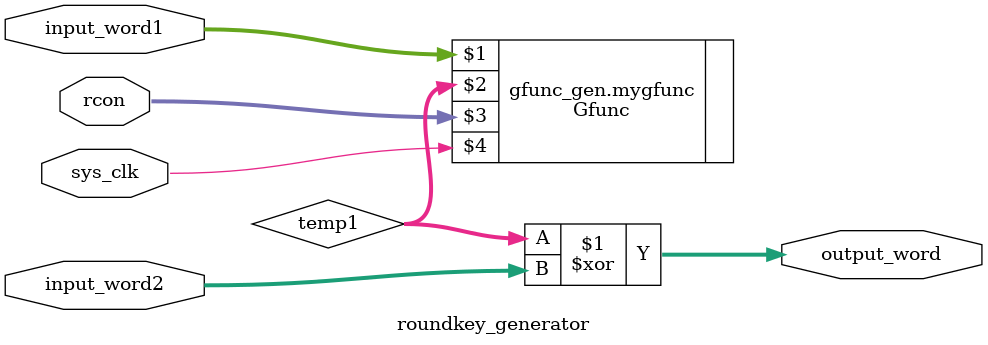
<source format=v>
`timescale 1ns / 1ps


module roundkey_generator #(parameter roundi=8)(input wire [31:0] input_word1,
                                                input wire [31:0] input_word2,
                                                output wire [31:0] output_word,
                                                input wire [31:0] rcon,
                                                input wire sys_clk);
                                                
wire [31:0] temp1,temp2;
wire [31:0] output_store;

generate
    if ((roundi % 8) == 0)
        begin: gfunc_gen
            Gfunc mygfunc(input_word1,temp1,rcon,sys_clk);
            assign output_word = temp1^input_word2;
        end
    else if (((roundi % 8) == 4) && ((roundi % 8)) != 0)
        begin: subword_gen
            SubWord2 mysubword(input_word1,temp2,sys_clk);
            assign output_word = temp2 ^ input_word2;
            
        end
    else
        assign output_word = input_word1 ^ input_word2;
        
endgenerate        



endmodule

</source>
